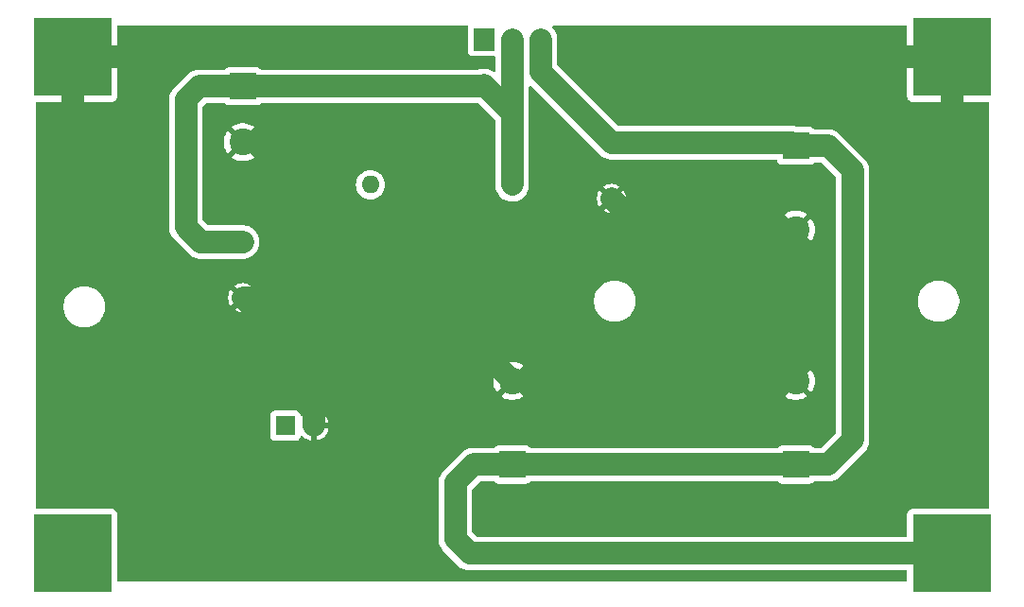
<source format=gbr>
%TF.GenerationSoftware,KiCad,Pcbnew,8.0.3*%
%TF.CreationDate,2025-06-30T13:47:58+07:00*%
%TF.ProjectId,linear supply,6c696e65-6172-4207-9375-70706c792e6b,rev?*%
%TF.SameCoordinates,Original*%
%TF.FileFunction,Copper,L1,Top*%
%TF.FilePolarity,Positive*%
%FSLAX46Y46*%
G04 Gerber Fmt 4.6, Leading zero omitted, Abs format (unit mm)*
G04 Created by KiCad (PCBNEW 8.0.3) date 2025-06-30 13:47:58*
%MOMM*%
%LPD*%
G01*
G04 APERTURE LIST*
%TA.AperFunction,ComponentPad*%
%ADD10R,7.000000X7.000000*%
%TD*%
%TA.AperFunction,ComponentPad*%
%ADD11C,1.600000*%
%TD*%
%TA.AperFunction,ComponentPad*%
%ADD12R,1.905000X2.000000*%
%TD*%
%TA.AperFunction,ComponentPad*%
%ADD13O,1.905000X2.000000*%
%TD*%
%TA.AperFunction,ComponentPad*%
%ADD14R,2.400000X2.400000*%
%TD*%
%TA.AperFunction,ComponentPad*%
%ADD15C,2.400000*%
%TD*%
%TA.AperFunction,ComponentPad*%
%ADD16O,1.600000X1.600000*%
%TD*%
%TA.AperFunction,ComponentPad*%
%ADD17R,1.700000X1.700000*%
%TD*%
%TA.AperFunction,ComponentPad*%
%ADD18O,1.700000X1.700000*%
%TD*%
%TA.AperFunction,ViaPad*%
%ADD19C,0.600000*%
%TD*%
%TA.AperFunction,Conductor*%
%ADD20C,2.000000*%
%TD*%
G04 APERTURE END LIST*
D10*
%TO.P,,1*%
%TO.N,DC+*%
X179593890Y-126676110D03*
%TD*%
D11*
%TO.P,C2,1*%
%TO.N,out+*%
X116093890Y-98776110D03*
%TO.P,C2,2*%
%TO.N,DC-*%
X116093890Y-103776110D03*
%TD*%
D10*
%TO.P,input -,1*%
%TO.N,DC-*%
X179593890Y-82226110D03*
%TD*%
%TO.P,,1*%
%TO.N,out+*%
X100853890Y-126676110D03*
%TD*%
D11*
%TO.P,C4,1*%
%TO.N,DC+*%
X149113890Y-89886110D03*
%TO.P,C4,2*%
%TO.N,DC-*%
X149113890Y-94886110D03*
%TD*%
D12*
%TO.P,U1,1,ADJ*%
%TO.N,in pot*%
X137683890Y-80631110D03*
D13*
%TO.P,U1,2,VO*%
%TO.N,out+*%
X140223890Y-80631110D03*
%TO.P,U1,3,VI*%
%TO.N,DC+*%
X142763890Y-80631110D03*
%TD*%
D14*
%TO.P,C3,1*%
%TO.N,DC+*%
X165623890Y-118723890D03*
D15*
%TO.P,C3,2*%
%TO.N,DC-*%
X165623890Y-111223890D03*
%TD*%
D10*
%TO.P,,1*%
%TO.N,DC-*%
X100853890Y-82226110D03*
%TD*%
D11*
%TO.P,R1,1*%
%TO.N,out+*%
X140223890Y-93656110D03*
D16*
%TO.P,R1,2*%
%TO.N,in pot*%
X127523890Y-93656110D03*
%TD*%
D17*
%TO.P,Pot,1*%
%TO.N,in pot*%
X119903890Y-115246110D03*
D18*
%TO.P,Pot,2*%
%TO.N,DC-*%
X122443890Y-115246110D03*
%TD*%
D14*
%TO.P,C5,1*%
%TO.N,out+*%
X116093890Y-84846110D03*
D15*
%TO.P,C5,2*%
%TO.N,DC-*%
X116093890Y-89846110D03*
%TD*%
D14*
%TO.P,C1,1*%
%TO.N,DC+*%
X140223890Y-118723890D03*
D15*
%TO.P,C1,2*%
%TO.N,DC-*%
X140223890Y-111223890D03*
%TD*%
D14*
%TO.P,C6,1*%
%TO.N,DC+*%
X165623890Y-90178330D03*
D15*
%TO.P,C6,2*%
%TO.N,DC-*%
X165623890Y-97678330D03*
%TD*%
D19*
%TO.N,DC-*%
X179500000Y-110500000D03*
X107000000Y-118500000D03*
X169000000Y-81000000D03*
X105000000Y-89500000D03*
X129000000Y-118500000D03*
X167000000Y-83000000D03*
X179500000Y-96000000D03*
X140500000Y-101000000D03*
X113000000Y-118500000D03*
X144000000Y-101000000D03*
X105000000Y-95000000D03*
X105000000Y-101500000D03*
X113000000Y-111500000D03*
X167000000Y-81000000D03*
X169000000Y-83000000D03*
X136000000Y-101000000D03*
X179500000Y-121000000D03*
%TD*%
D20*
%TO.N,DC+*%
X165331670Y-89886110D02*
X165623890Y-90178330D01*
X136413890Y-126676110D02*
X179593890Y-126676110D01*
X170703890Y-116516110D02*
X168496110Y-118723890D01*
X168496110Y-90178330D02*
X170703890Y-92386110D01*
X135143890Y-120326110D02*
X135143890Y-125406110D01*
X165623890Y-118723890D02*
X140223890Y-118723890D01*
X170703890Y-92386110D02*
X170703890Y-116516110D01*
X165623890Y-90178330D02*
X168496110Y-90178330D01*
X142763890Y-83536110D02*
X149113890Y-89886110D01*
X149113890Y-89886110D02*
X165331670Y-89886110D01*
X136746110Y-118723890D02*
X135143890Y-120326110D01*
X140223890Y-118723890D02*
X136746110Y-118723890D01*
X135143890Y-125406110D02*
X136413890Y-126676110D01*
X168496110Y-118723890D02*
X165623890Y-118723890D01*
X142763890Y-80631110D02*
X142763890Y-83536110D01*
%TO.N,out+*%
X137603890Y-84846110D02*
X137683890Y-84766110D01*
X140223890Y-87306110D02*
X140223890Y-93656110D01*
X111013890Y-86036110D02*
X112203890Y-84846110D01*
X116093890Y-84846110D02*
X137603890Y-84846110D01*
X137683890Y-84766110D02*
X140223890Y-87306110D01*
X112323890Y-98776110D02*
X111013890Y-97466110D01*
X112203890Y-84846110D02*
X116093890Y-84846110D01*
X140223890Y-80631110D02*
X140223890Y-87306110D01*
X116093890Y-98776110D02*
X112323890Y-98776110D01*
X111013890Y-97466110D02*
X111013890Y-86036110D01*
%TO.N,DC-*%
X119943890Y-103776110D02*
X122443890Y-101276110D01*
X140223890Y-111223890D02*
X132776110Y-103776110D01*
X116093890Y-103776110D02*
X122443890Y-110126110D01*
X121173890Y-89846110D02*
X116093890Y-89846110D01*
X165623890Y-97678330D02*
X151906110Y-97678330D01*
X122443890Y-101276110D02*
X122443890Y-91116110D01*
X173773890Y-82226110D02*
X173500000Y-82500000D01*
X122443890Y-91116110D02*
X121173890Y-89846110D01*
X100853890Y-82226110D02*
X106273890Y-82226110D01*
X116093890Y-103776110D02*
X119943890Y-103776110D01*
X132776110Y-103776110D02*
X116093890Y-103776110D01*
X140223890Y-111223890D02*
X165623890Y-111223890D01*
X179593890Y-87406110D02*
X179500000Y-87500000D01*
X100853890Y-86853890D02*
X101000000Y-87000000D01*
X179593890Y-82226110D02*
X179593890Y-87406110D01*
X122443890Y-110126110D02*
X122443890Y-115246110D01*
X151906110Y-97678330D02*
X149113890Y-94886110D01*
X179593890Y-82226110D02*
X173773890Y-82226110D01*
X100853890Y-82226110D02*
X100853890Y-86853890D01*
X165623890Y-97678330D02*
X165623890Y-111223890D01*
X106273890Y-82226110D02*
X106500000Y-82000000D01*
%TD*%
%TA.AperFunction,Conductor*%
%TO.N,DC-*%
G36*
X136183543Y-79391295D02*
G01*
X136229298Y-79444099D01*
X136239242Y-79513257D01*
X136237329Y-79523344D01*
X136230891Y-79583226D01*
X136230890Y-79583245D01*
X136230890Y-81678980D01*
X136230891Y-81678986D01*
X136237298Y-81738593D01*
X136287592Y-81873438D01*
X136287596Y-81873445D01*
X136373842Y-81988654D01*
X136373845Y-81988657D01*
X136489054Y-82074903D01*
X136489061Y-82074907D01*
X136623907Y-82125201D01*
X136623906Y-82125201D01*
X136630834Y-82125945D01*
X136683517Y-82131610D01*
X138599390Y-82131609D01*
X138666429Y-82151294D01*
X138712184Y-82204097D01*
X138723390Y-82255609D01*
X138723390Y-83423266D01*
X138703705Y-83490305D01*
X138650901Y-83536060D01*
X138581743Y-83546004D01*
X138526505Y-83523584D01*
X138470327Y-83482769D01*
X138470326Y-83482768D01*
X138470324Y-83482767D01*
X138404605Y-83449281D01*
X138259886Y-83375543D01*
X138035258Y-83302556D01*
X137801987Y-83265610D01*
X137801982Y-83265610D01*
X137565798Y-83265610D01*
X137565793Y-83265610D01*
X137332521Y-83302556D01*
X137233518Y-83334725D01*
X137218696Y-83339541D01*
X137180379Y-83345610D01*
X117756210Y-83345610D01*
X117689171Y-83325925D01*
X117656942Y-83295919D01*
X117651438Y-83288567D01*
X117651436Y-83288564D01*
X117651432Y-83288561D01*
X117536225Y-83202316D01*
X117536218Y-83202312D01*
X117401372Y-83152018D01*
X117401373Y-83152018D01*
X117341773Y-83145611D01*
X117341771Y-83145610D01*
X117341763Y-83145610D01*
X117341754Y-83145610D01*
X114846019Y-83145610D01*
X114846013Y-83145611D01*
X114786406Y-83152018D01*
X114651561Y-83202312D01*
X114651554Y-83202316D01*
X114536347Y-83288561D01*
X114536341Y-83288567D01*
X114530838Y-83295919D01*
X114474905Y-83337791D01*
X114431570Y-83345610D01*
X112085793Y-83345610D01*
X111852524Y-83382556D01*
X111627895Y-83455543D01*
X111417455Y-83562767D01*
X111226378Y-83701594D01*
X109869374Y-85058598D01*
X109730547Y-85249675D01*
X109623323Y-85460113D01*
X109550336Y-85684741D01*
X109513390Y-85918012D01*
X109513390Y-97584207D01*
X109550336Y-97817478D01*
X109623323Y-98042106D01*
X109722852Y-98237441D01*
X109730547Y-98252544D01*
X109855656Y-98424741D01*
X109869374Y-98443621D01*
X109869375Y-98443622D01*
X111346381Y-99920629D01*
X111346386Y-99920633D01*
X111513045Y-100041716D01*
X111537457Y-100059453D01*
X111671549Y-100127776D01*
X111747893Y-100166676D01*
X111747895Y-100166676D01*
X111747898Y-100166678D01*
X111868302Y-100205799D01*
X111972521Y-100239663D01*
X112205793Y-100276610D01*
X112205798Y-100276610D01*
X116211987Y-100276610D01*
X116445258Y-100239663D01*
X116669882Y-100166678D01*
X116880323Y-100059453D01*
X117071400Y-99920627D01*
X117238407Y-99753620D01*
X117377233Y-99562543D01*
X117484458Y-99352102D01*
X117557443Y-99127478D01*
X117594390Y-98894207D01*
X117594390Y-98658012D01*
X117557443Y-98424741D01*
X117484456Y-98200113D01*
X117377232Y-97989676D01*
X117335625Y-97932409D01*
X117238407Y-97798600D01*
X117118132Y-97678325D01*
X163919123Y-97678325D01*
X163919123Y-97678334D01*
X163938163Y-97932409D01*
X163994858Y-98180807D01*
X163994863Y-98180824D01*
X164087948Y-98418001D01*
X164087947Y-98418001D01*
X164215344Y-98638657D01*
X164215351Y-98638668D01*
X164257342Y-98691321D01*
X164257343Y-98691322D01*
X165059277Y-97889388D01*
X165064779Y-97909921D01*
X165143771Y-98046738D01*
X165255482Y-98158449D01*
X165392299Y-98237441D01*
X165412830Y-98242942D01*
X164610703Y-99045068D01*
X164771506Y-99154701D01*
X164771514Y-99154706D01*
X165001066Y-99265251D01*
X165001064Y-99265251D01*
X165244542Y-99340354D01*
X165244548Y-99340356D01*
X165496485Y-99378329D01*
X165496494Y-99378330D01*
X165751286Y-99378330D01*
X165751294Y-99378329D01*
X166003231Y-99340356D01*
X166003237Y-99340354D01*
X166246714Y-99265251D01*
X166476266Y-99154706D01*
X166476267Y-99154705D01*
X166637075Y-99045068D01*
X165834950Y-98242942D01*
X165855481Y-98237441D01*
X165992298Y-98158449D01*
X166104009Y-98046738D01*
X166183001Y-97909921D01*
X166188502Y-97889389D01*
X166990434Y-98691322D01*
X166990436Y-98691321D01*
X167032434Y-98638660D01*
X167159831Y-98418001D01*
X167252916Y-98180824D01*
X167252921Y-98180807D01*
X167309616Y-97932409D01*
X167328657Y-97678334D01*
X167328657Y-97678325D01*
X167309616Y-97424250D01*
X167252921Y-97175852D01*
X167252916Y-97175835D01*
X167159831Y-96938658D01*
X167159832Y-96938658D01*
X167032435Y-96718002D01*
X166990435Y-96665336D01*
X166188502Y-97467269D01*
X166183001Y-97446739D01*
X166104009Y-97309922D01*
X165992298Y-97198211D01*
X165855481Y-97119219D01*
X165834949Y-97113717D01*
X166637075Y-96311590D01*
X166476274Y-96201958D01*
X166476266Y-96201953D01*
X166246713Y-96091408D01*
X166246715Y-96091408D01*
X166003237Y-96016305D01*
X166003231Y-96016303D01*
X165751294Y-95978330D01*
X165496485Y-95978330D01*
X165244548Y-96016303D01*
X165244542Y-96016305D01*
X165001065Y-96091408D01*
X164771512Y-96201955D01*
X164771499Y-96201962D01*
X164610703Y-96311589D01*
X165412831Y-97113717D01*
X165392299Y-97119219D01*
X165255482Y-97198211D01*
X165143771Y-97309922D01*
X165064779Y-97446739D01*
X165059277Y-97467270D01*
X164257342Y-96665336D01*
X164215347Y-96717997D01*
X164087948Y-96938658D01*
X163994863Y-97175835D01*
X163994858Y-97175852D01*
X163938163Y-97424250D01*
X163919123Y-97678325D01*
X117118132Y-97678325D01*
X117071400Y-97631593D01*
X116880323Y-97492767D01*
X116669886Y-97385543D01*
X116445258Y-97312556D01*
X116211987Y-97275610D01*
X116211982Y-97275610D01*
X112996780Y-97275610D01*
X112929741Y-97255925D01*
X112909099Y-97239291D01*
X112550709Y-96880901D01*
X112517224Y-96819578D01*
X112514390Y-96793220D01*
X112514390Y-93656108D01*
X126218422Y-93656108D01*
X126218422Y-93656111D01*
X126238254Y-93882796D01*
X126238256Y-93882807D01*
X126297148Y-94102598D01*
X126297151Y-94102607D01*
X126393321Y-94308842D01*
X126393322Y-94308844D01*
X126523844Y-94495251D01*
X126684748Y-94656155D01*
X126731583Y-94688949D01*
X126871156Y-94786678D01*
X127077394Y-94882849D01*
X127077399Y-94882850D01*
X127077401Y-94882851D01*
X127130305Y-94897026D01*
X127297198Y-94941745D01*
X127459120Y-94955911D01*
X127523888Y-94961578D01*
X127523890Y-94961578D01*
X127523892Y-94961578D01*
X127580563Y-94956619D01*
X127750582Y-94941745D01*
X127970386Y-94882849D01*
X128176624Y-94786678D01*
X128363029Y-94656157D01*
X128523937Y-94495249D01*
X128654458Y-94308844D01*
X128750629Y-94102606D01*
X128809525Y-93882802D01*
X128829358Y-93656110D01*
X128809525Y-93429418D01*
X128750629Y-93209614D01*
X128654458Y-93003376D01*
X128523937Y-92816971D01*
X128523935Y-92816968D01*
X128363031Y-92656064D01*
X128176624Y-92525542D01*
X128176622Y-92525541D01*
X127970387Y-92429371D01*
X127970378Y-92429368D01*
X127750587Y-92370476D01*
X127750583Y-92370475D01*
X127750582Y-92370475D01*
X127750581Y-92370474D01*
X127750576Y-92370474D01*
X127523892Y-92350642D01*
X127523888Y-92350642D01*
X127297203Y-92370474D01*
X127297192Y-92370476D01*
X127077401Y-92429368D01*
X127077392Y-92429371D01*
X126871157Y-92525541D01*
X126871155Y-92525542D01*
X126684748Y-92656064D01*
X126523844Y-92816968D01*
X126393322Y-93003375D01*
X126393321Y-93003377D01*
X126297151Y-93209612D01*
X126297148Y-93209621D01*
X126238256Y-93429412D01*
X126238254Y-93429423D01*
X126218422Y-93656108D01*
X112514390Y-93656108D01*
X112514390Y-89846105D01*
X114389123Y-89846105D01*
X114389123Y-89846114D01*
X114408163Y-90100189D01*
X114464858Y-90348587D01*
X114464863Y-90348604D01*
X114557948Y-90585781D01*
X114557947Y-90585781D01*
X114685344Y-90806437D01*
X114685351Y-90806448D01*
X114727342Y-90859101D01*
X114727343Y-90859102D01*
X115529277Y-90057168D01*
X115534779Y-90077701D01*
X115613771Y-90214518D01*
X115725482Y-90326229D01*
X115862299Y-90405221D01*
X115882830Y-90410722D01*
X115080703Y-91212848D01*
X115241506Y-91322481D01*
X115241514Y-91322486D01*
X115471066Y-91433031D01*
X115471064Y-91433031D01*
X115714542Y-91508134D01*
X115714548Y-91508136D01*
X115966485Y-91546109D01*
X115966494Y-91546110D01*
X116221286Y-91546110D01*
X116221294Y-91546109D01*
X116473231Y-91508136D01*
X116473237Y-91508134D01*
X116716714Y-91433031D01*
X116946266Y-91322486D01*
X116946267Y-91322485D01*
X117107075Y-91212848D01*
X116304950Y-90410722D01*
X116325481Y-90405221D01*
X116462298Y-90326229D01*
X116574009Y-90214518D01*
X116653001Y-90077701D01*
X116658502Y-90057169D01*
X117460435Y-90859102D01*
X117460436Y-90859101D01*
X117502434Y-90806440D01*
X117629831Y-90585781D01*
X117722916Y-90348604D01*
X117722921Y-90348587D01*
X117779616Y-90100189D01*
X117798657Y-89846114D01*
X117798657Y-89846105D01*
X117779616Y-89592030D01*
X117722921Y-89343632D01*
X117722916Y-89343615D01*
X117629831Y-89106438D01*
X117629832Y-89106438D01*
X117502435Y-88885782D01*
X117460435Y-88833116D01*
X116658502Y-89635049D01*
X116653001Y-89614519D01*
X116574009Y-89477702D01*
X116462298Y-89365991D01*
X116325481Y-89286999D01*
X116304949Y-89281497D01*
X117107075Y-88479370D01*
X116946274Y-88369738D01*
X116946266Y-88369733D01*
X116716713Y-88259188D01*
X116716715Y-88259188D01*
X116473237Y-88184085D01*
X116473231Y-88184083D01*
X116221294Y-88146110D01*
X115966485Y-88146110D01*
X115714548Y-88184083D01*
X115714542Y-88184085D01*
X115471065Y-88259188D01*
X115241512Y-88369735D01*
X115241499Y-88369742D01*
X115080703Y-88479369D01*
X115882831Y-89281497D01*
X115862299Y-89286999D01*
X115725482Y-89365991D01*
X115613771Y-89477702D01*
X115534779Y-89614519D01*
X115529277Y-89635051D01*
X114727342Y-88833116D01*
X114685347Y-88885777D01*
X114557948Y-89106438D01*
X114464863Y-89343615D01*
X114464858Y-89343632D01*
X114408163Y-89592030D01*
X114389123Y-89846105D01*
X112514390Y-89846105D01*
X112514390Y-86708999D01*
X112534075Y-86641960D01*
X112550709Y-86621318D01*
X112789098Y-86382929D01*
X112850421Y-86349444D01*
X112876779Y-86346610D01*
X114431570Y-86346610D01*
X114498609Y-86366295D01*
X114530838Y-86396301D01*
X114536344Y-86403656D01*
X114536347Y-86403658D01*
X114651554Y-86489903D01*
X114651561Y-86489907D01*
X114786407Y-86540201D01*
X114786406Y-86540201D01*
X114793334Y-86540945D01*
X114846017Y-86546610D01*
X117341762Y-86546609D01*
X117401373Y-86540201D01*
X117536221Y-86489906D01*
X117651436Y-86403656D01*
X117656942Y-86396301D01*
X117712875Y-86354429D01*
X117756210Y-86346610D01*
X137091001Y-86346610D01*
X137158040Y-86366295D01*
X137178682Y-86382929D01*
X138687071Y-87891318D01*
X138720556Y-87952641D01*
X138723390Y-87978999D01*
X138723390Y-93774207D01*
X138760336Y-94007478D01*
X138833323Y-94232106D01*
X138939138Y-94439778D01*
X138940547Y-94442543D01*
X139079373Y-94633620D01*
X139246380Y-94800627D01*
X139437457Y-94939453D01*
X139480880Y-94961578D01*
X139647893Y-95046676D01*
X139647895Y-95046676D01*
X139647898Y-95046678D01*
X139768302Y-95085799D01*
X139872521Y-95119663D01*
X140105793Y-95156610D01*
X140105798Y-95156610D01*
X140341987Y-95156610D01*
X140575258Y-95119663D01*
X140596660Y-95112709D01*
X140799882Y-95046678D01*
X141010323Y-94939453D01*
X141083747Y-94886107D01*
X147808924Y-94886107D01*
X147808924Y-94886112D01*
X147828748Y-95112709D01*
X147828750Y-95112720D01*
X147887620Y-95332427D01*
X147887625Y-95332441D01*
X147983753Y-95538588D01*
X148034864Y-95611582D01*
X148713890Y-94932556D01*
X148713890Y-94938771D01*
X148741149Y-95040504D01*
X148793810Y-95131716D01*
X148868284Y-95206190D01*
X148959496Y-95258851D01*
X149061229Y-95286110D01*
X149067443Y-95286110D01*
X148388416Y-95965135D01*
X148461403Y-96016242D01*
X148461411Y-96016246D01*
X148667558Y-96112374D01*
X148667572Y-96112379D01*
X148887279Y-96171249D01*
X148887290Y-96171251D01*
X149113888Y-96191076D01*
X149113892Y-96191076D01*
X149340489Y-96171251D01*
X149340500Y-96171249D01*
X149560207Y-96112379D01*
X149560221Y-96112374D01*
X149766368Y-96016246D01*
X149839361Y-95965134D01*
X149160337Y-95286110D01*
X149166551Y-95286110D01*
X149268284Y-95258851D01*
X149359496Y-95206190D01*
X149433970Y-95131716D01*
X149486631Y-95040504D01*
X149513890Y-94938771D01*
X149513890Y-94932557D01*
X150192914Y-95611581D01*
X150244026Y-95538588D01*
X150340154Y-95332441D01*
X150340159Y-95332427D01*
X150399029Y-95112720D01*
X150399031Y-95112709D01*
X150418856Y-94886112D01*
X150418856Y-94886107D01*
X150399031Y-94659510D01*
X150399029Y-94659499D01*
X150340159Y-94439792D01*
X150340154Y-94439778D01*
X150244026Y-94233631D01*
X150244022Y-94233623D01*
X150192915Y-94160636D01*
X149513890Y-94839661D01*
X149513890Y-94833449D01*
X149486631Y-94731716D01*
X149433970Y-94640504D01*
X149359496Y-94566030D01*
X149268284Y-94513369D01*
X149166551Y-94486110D01*
X149160338Y-94486110D01*
X149839362Y-93807084D01*
X149766368Y-93755973D01*
X149560221Y-93659845D01*
X149560207Y-93659840D01*
X149340500Y-93600970D01*
X149340489Y-93600968D01*
X149113892Y-93581144D01*
X149113888Y-93581144D01*
X148887290Y-93600968D01*
X148887279Y-93600970D01*
X148667572Y-93659840D01*
X148667563Y-93659844D01*
X148461406Y-93755976D01*
X148461402Y-93755978D01*
X148388416Y-93807083D01*
X148388416Y-93807084D01*
X149067443Y-94486110D01*
X149061229Y-94486110D01*
X148959496Y-94513369D01*
X148868284Y-94566030D01*
X148793810Y-94640504D01*
X148741149Y-94731716D01*
X148713890Y-94833449D01*
X148713890Y-94839662D01*
X148034864Y-94160636D01*
X148034863Y-94160636D01*
X147983758Y-94233622D01*
X147983756Y-94233626D01*
X147887624Y-94439783D01*
X147887620Y-94439792D01*
X147828750Y-94659499D01*
X147828748Y-94659510D01*
X147808924Y-94886107D01*
X141083747Y-94886107D01*
X141201400Y-94800627D01*
X141368407Y-94633620D01*
X141507233Y-94442543D01*
X141613679Y-94233631D01*
X141614456Y-94232106D01*
X141614456Y-94232105D01*
X141614458Y-94232102D01*
X141687443Y-94007478D01*
X141707191Y-93882796D01*
X141724390Y-93774207D01*
X141724390Y-84917999D01*
X141744075Y-84850960D01*
X141796879Y-84805205D01*
X141866037Y-84795261D01*
X141929593Y-84824286D01*
X141936071Y-84830318D01*
X148136380Y-91030627D01*
X148327456Y-91169453D01*
X148537898Y-91276678D01*
X148762521Y-91349663D01*
X148849999Y-91363518D01*
X148995793Y-91386610D01*
X148995798Y-91386610D01*
X163808243Y-91386610D01*
X163875282Y-91406295D01*
X163921037Y-91459099D01*
X163928919Y-91482090D01*
X163929799Y-91485813D01*
X163980092Y-91620658D01*
X163980096Y-91620665D01*
X164066342Y-91735874D01*
X164066345Y-91735877D01*
X164181554Y-91822123D01*
X164181561Y-91822127D01*
X164316407Y-91872421D01*
X164316406Y-91872421D01*
X164323334Y-91873165D01*
X164376017Y-91878830D01*
X166871762Y-91878829D01*
X166931373Y-91872421D01*
X167066221Y-91822126D01*
X167181436Y-91735876D01*
X167186942Y-91728521D01*
X167242875Y-91686649D01*
X167286210Y-91678830D01*
X167823221Y-91678830D01*
X167890260Y-91698515D01*
X167910902Y-91715149D01*
X169167071Y-92971318D01*
X169200556Y-93032641D01*
X169203390Y-93058999D01*
X169203390Y-115843221D01*
X169183705Y-115910260D01*
X169167071Y-115930902D01*
X167910902Y-117187071D01*
X167849579Y-117220556D01*
X167823221Y-117223390D01*
X167286210Y-117223390D01*
X167219171Y-117203705D01*
X167186942Y-117173699D01*
X167181438Y-117166347D01*
X167181436Y-117166344D01*
X167181432Y-117166341D01*
X167066225Y-117080096D01*
X167066218Y-117080092D01*
X166931372Y-117029798D01*
X166931373Y-117029798D01*
X166871773Y-117023391D01*
X166871771Y-117023390D01*
X166871763Y-117023390D01*
X166871754Y-117023390D01*
X164376019Y-117023390D01*
X164376013Y-117023391D01*
X164316406Y-117029798D01*
X164181561Y-117080092D01*
X164181554Y-117080096D01*
X164066347Y-117166341D01*
X164066341Y-117166347D01*
X164060838Y-117173699D01*
X164004905Y-117215571D01*
X163961570Y-117223390D01*
X141886210Y-117223390D01*
X141819171Y-117203705D01*
X141786942Y-117173699D01*
X141781438Y-117166347D01*
X141781436Y-117166344D01*
X141781432Y-117166341D01*
X141666225Y-117080096D01*
X141666218Y-117080092D01*
X141531372Y-117029798D01*
X141531373Y-117029798D01*
X141471773Y-117023391D01*
X141471771Y-117023390D01*
X141471763Y-117023390D01*
X141471754Y-117023390D01*
X138976019Y-117023390D01*
X138976013Y-117023391D01*
X138916406Y-117029798D01*
X138781561Y-117080092D01*
X138781554Y-117080096D01*
X138666347Y-117166341D01*
X138666341Y-117166347D01*
X138660838Y-117173699D01*
X138604905Y-117215571D01*
X138561570Y-117223390D01*
X136628013Y-117223390D01*
X136394741Y-117260336D01*
X136170113Y-117333323D01*
X135959675Y-117440547D01*
X135768598Y-117579374D01*
X133999374Y-119348598D01*
X133860547Y-119539675D01*
X133778145Y-119701400D01*
X133753323Y-119750113D01*
X133680336Y-119974741D01*
X133643390Y-120208012D01*
X133643390Y-125524207D01*
X133680336Y-125757478D01*
X133753323Y-125982106D01*
X133860547Y-126192544D01*
X133999373Y-126383620D01*
X135436380Y-127820627D01*
X135627456Y-127959453D01*
X135703033Y-127997961D01*
X135837893Y-128066676D01*
X135837895Y-128066676D01*
X135837898Y-128066678D01*
X135958302Y-128105799D01*
X136062521Y-128139663D01*
X136295793Y-128176610D01*
X136295798Y-128176610D01*
X136531982Y-128176610D01*
X175469391Y-128176610D01*
X175536430Y-128196295D01*
X175582185Y-128249099D01*
X175593391Y-128300610D01*
X175593391Y-129046610D01*
X175573706Y-129113649D01*
X175520902Y-129159404D01*
X175469391Y-129170610D01*
X104978390Y-129170610D01*
X104911351Y-129150925D01*
X104865596Y-129098121D01*
X104854390Y-129046610D01*
X104854389Y-123128239D01*
X104854388Y-123128233D01*
X104854387Y-123128226D01*
X104847981Y-123068627D01*
X104797686Y-122933779D01*
X104797685Y-122933778D01*
X104797683Y-122933774D01*
X104711437Y-122818565D01*
X104711434Y-122818562D01*
X104596225Y-122732316D01*
X104596218Y-122732312D01*
X104461372Y-122682018D01*
X104461373Y-122682018D01*
X104401773Y-122675611D01*
X104401771Y-122675610D01*
X104401763Y-122675610D01*
X104401755Y-122675610D01*
X97668390Y-122675610D01*
X97601351Y-122655925D01*
X97555596Y-122603121D01*
X97544390Y-122551610D01*
X97544390Y-114348245D01*
X118553390Y-114348245D01*
X118553390Y-116143980D01*
X118553391Y-116143986D01*
X118559798Y-116203593D01*
X118610092Y-116338438D01*
X118610096Y-116338445D01*
X118696342Y-116453654D01*
X118696345Y-116453657D01*
X118811554Y-116539903D01*
X118811561Y-116539907D01*
X118946407Y-116590201D01*
X118946406Y-116590201D01*
X118953334Y-116590945D01*
X119006017Y-116596610D01*
X120801762Y-116596609D01*
X120861373Y-116590201D01*
X120996221Y-116539906D01*
X121111436Y-116453656D01*
X121197686Y-116338441D01*
X121246892Y-116206511D01*
X121288762Y-116150578D01*
X121354227Y-116126160D01*
X121422500Y-116141011D01*
X121450755Y-116162163D01*
X121572807Y-116284215D01*
X121766311Y-116419710D01*
X121980397Y-116519539D01*
X121980406Y-116519543D01*
X122193890Y-116576744D01*
X122193890Y-115679122D01*
X122250897Y-115712035D01*
X122378064Y-115746110D01*
X122509716Y-115746110D01*
X122636883Y-115712035D01*
X122693890Y-115679122D01*
X122693890Y-116576743D01*
X122907373Y-116519543D01*
X122907382Y-116519539D01*
X123121468Y-116419710D01*
X123314972Y-116284215D01*
X123481995Y-116117192D01*
X123617490Y-115923688D01*
X123717319Y-115709602D01*
X123717322Y-115709596D01*
X123774526Y-115496110D01*
X122876902Y-115496110D01*
X122909815Y-115439103D01*
X122943890Y-115311936D01*
X122943890Y-115180284D01*
X122909815Y-115053117D01*
X122876902Y-114996110D01*
X123774526Y-114996110D01*
X123774525Y-114996109D01*
X123717322Y-114782623D01*
X123717319Y-114782617D01*
X123617490Y-114568532D01*
X123617489Y-114568530D01*
X123482003Y-114375036D01*
X123481998Y-114375030D01*
X123314972Y-114208004D01*
X123121468Y-114072509D01*
X122907382Y-113972680D01*
X122907376Y-113972677D01*
X122693890Y-113915474D01*
X122693890Y-114813098D01*
X122636883Y-114780185D01*
X122509716Y-114746110D01*
X122378064Y-114746110D01*
X122250897Y-114780185D01*
X122193890Y-114813098D01*
X122193890Y-113915474D01*
X122193889Y-113915474D01*
X121980403Y-113972677D01*
X121980397Y-113972680D01*
X121766312Y-114072509D01*
X121766310Y-114072510D01*
X121572816Y-114207996D01*
X121450755Y-114330057D01*
X121389432Y-114363541D01*
X121319740Y-114358557D01*
X121263807Y-114316685D01*
X121246892Y-114285708D01*
X121197687Y-114153781D01*
X121197683Y-114153774D01*
X121111437Y-114038565D01*
X121111434Y-114038562D01*
X120996225Y-113952316D01*
X120996218Y-113952312D01*
X120861372Y-113902018D01*
X120861373Y-113902018D01*
X120801773Y-113895611D01*
X120801771Y-113895610D01*
X120801763Y-113895610D01*
X120801754Y-113895610D01*
X119006019Y-113895610D01*
X119006013Y-113895611D01*
X118946406Y-113902018D01*
X118811561Y-113952312D01*
X118811554Y-113952316D01*
X118696345Y-114038562D01*
X118696342Y-114038565D01*
X118610096Y-114153774D01*
X118610092Y-114153781D01*
X118559798Y-114288627D01*
X118553391Y-114348226D01*
X118553390Y-114348245D01*
X97544390Y-114348245D01*
X97544390Y-111223885D01*
X138519123Y-111223885D01*
X138519123Y-111223894D01*
X138538163Y-111477969D01*
X138594858Y-111726367D01*
X138594863Y-111726384D01*
X138687948Y-111963561D01*
X138687947Y-111963561D01*
X138815344Y-112184217D01*
X138815351Y-112184228D01*
X138857342Y-112236881D01*
X138857343Y-112236882D01*
X139659277Y-111434948D01*
X139664779Y-111455481D01*
X139743771Y-111592298D01*
X139855482Y-111704009D01*
X139992299Y-111783001D01*
X140012830Y-111788502D01*
X139210703Y-112590628D01*
X139371506Y-112700261D01*
X139371514Y-112700266D01*
X139601066Y-112810811D01*
X139601064Y-112810811D01*
X139844542Y-112885914D01*
X139844548Y-112885916D01*
X140096485Y-112923889D01*
X140096494Y-112923890D01*
X140351286Y-112923890D01*
X140351294Y-112923889D01*
X140603231Y-112885916D01*
X140603237Y-112885914D01*
X140846714Y-112810811D01*
X141076266Y-112700266D01*
X141076267Y-112700265D01*
X141237075Y-112590628D01*
X140434950Y-111788502D01*
X140455481Y-111783001D01*
X140592298Y-111704009D01*
X140704009Y-111592298D01*
X140783001Y-111455481D01*
X140788502Y-111434949D01*
X141590435Y-112236882D01*
X141590436Y-112236881D01*
X141632434Y-112184220D01*
X141759831Y-111963561D01*
X141852916Y-111726384D01*
X141852921Y-111726367D01*
X141909616Y-111477969D01*
X141928657Y-111223894D01*
X141928657Y-111223885D01*
X163919123Y-111223885D01*
X163919123Y-111223894D01*
X163938163Y-111477969D01*
X163994858Y-111726367D01*
X163994863Y-111726384D01*
X164087948Y-111963561D01*
X164087947Y-111963561D01*
X164215344Y-112184217D01*
X164215351Y-112184228D01*
X164257342Y-112236881D01*
X164257343Y-112236882D01*
X165059277Y-111434948D01*
X165064779Y-111455481D01*
X165143771Y-111592298D01*
X165255482Y-111704009D01*
X165392299Y-111783001D01*
X165412830Y-111788502D01*
X164610703Y-112590628D01*
X164771506Y-112700261D01*
X164771514Y-112700266D01*
X165001066Y-112810811D01*
X165001064Y-112810811D01*
X165244542Y-112885914D01*
X165244548Y-112885916D01*
X165496485Y-112923889D01*
X165496494Y-112923890D01*
X165751286Y-112923890D01*
X165751294Y-112923889D01*
X166003231Y-112885916D01*
X166003237Y-112885914D01*
X166246714Y-112810811D01*
X166476266Y-112700266D01*
X166476267Y-112700265D01*
X166637075Y-112590628D01*
X165834950Y-111788502D01*
X165855481Y-111783001D01*
X165992298Y-111704009D01*
X166104009Y-111592298D01*
X166183001Y-111455481D01*
X166188502Y-111434949D01*
X166990434Y-112236882D01*
X166990436Y-112236881D01*
X167032434Y-112184220D01*
X167159831Y-111963561D01*
X167252916Y-111726384D01*
X167252921Y-111726367D01*
X167309616Y-111477969D01*
X167328657Y-111223894D01*
X167328657Y-111223885D01*
X167309616Y-110969810D01*
X167252921Y-110721412D01*
X167252916Y-110721395D01*
X167159831Y-110484218D01*
X167159832Y-110484218D01*
X167032435Y-110263562D01*
X166990435Y-110210896D01*
X166188502Y-111012829D01*
X166183001Y-110992299D01*
X166104009Y-110855482D01*
X165992298Y-110743771D01*
X165855481Y-110664779D01*
X165834949Y-110659277D01*
X166637075Y-109857150D01*
X166476274Y-109747518D01*
X166476266Y-109747513D01*
X166246713Y-109636968D01*
X166246715Y-109636968D01*
X166003237Y-109561865D01*
X166003231Y-109561863D01*
X165751294Y-109523890D01*
X165496485Y-109523890D01*
X165244548Y-109561863D01*
X165244542Y-109561865D01*
X165001065Y-109636968D01*
X164771512Y-109747515D01*
X164771499Y-109747522D01*
X164610703Y-109857149D01*
X165412831Y-110659277D01*
X165392299Y-110664779D01*
X165255482Y-110743771D01*
X165143771Y-110855482D01*
X165064779Y-110992299D01*
X165059277Y-111012830D01*
X164257342Y-110210896D01*
X164215347Y-110263557D01*
X164087948Y-110484218D01*
X163994863Y-110721395D01*
X163994858Y-110721412D01*
X163938163Y-110969810D01*
X163919123Y-111223885D01*
X141928657Y-111223885D01*
X141909616Y-110969810D01*
X141852921Y-110721412D01*
X141852916Y-110721395D01*
X141759831Y-110484218D01*
X141759832Y-110484218D01*
X141632435Y-110263562D01*
X141590435Y-110210896D01*
X140788502Y-111012829D01*
X140783001Y-110992299D01*
X140704009Y-110855482D01*
X140592298Y-110743771D01*
X140455481Y-110664779D01*
X140434949Y-110659277D01*
X141237075Y-109857150D01*
X141076274Y-109747518D01*
X141076266Y-109747513D01*
X140846713Y-109636968D01*
X140846715Y-109636968D01*
X140603237Y-109561865D01*
X140603231Y-109561863D01*
X140351294Y-109523890D01*
X140096485Y-109523890D01*
X139844548Y-109561863D01*
X139844542Y-109561865D01*
X139601065Y-109636968D01*
X139371512Y-109747515D01*
X139371499Y-109747522D01*
X139210703Y-109857149D01*
X140012831Y-110659277D01*
X139992299Y-110664779D01*
X139855482Y-110743771D01*
X139743771Y-110855482D01*
X139664779Y-110992299D01*
X139659277Y-111012830D01*
X138857342Y-110210896D01*
X138815347Y-110263557D01*
X138687948Y-110484218D01*
X138594863Y-110721395D01*
X138594858Y-110721412D01*
X138538163Y-110969810D01*
X138519123Y-111223885D01*
X97544390Y-111223885D01*
X97544390Y-104464821D01*
X100053390Y-104464821D01*
X100053390Y-104707398D01*
X100085051Y-104947895D01*
X100147837Y-105182214D01*
X100200290Y-105308846D01*
X100240666Y-105406322D01*
X100361954Y-105616399D01*
X100361956Y-105616402D01*
X100361957Y-105616403D01*
X100509623Y-105808846D01*
X100509629Y-105808853D01*
X100681146Y-105980370D01*
X100681152Y-105980375D01*
X100873601Y-106128046D01*
X101083678Y-106249334D01*
X101307790Y-106342164D01*
X101542101Y-106404948D01*
X101722476Y-106428694D01*
X101782601Y-106436610D01*
X101782602Y-106436610D01*
X102025179Y-106436610D01*
X102073278Y-106430277D01*
X102265679Y-106404948D01*
X102499990Y-106342164D01*
X102724102Y-106249334D01*
X102934179Y-106128046D01*
X103126628Y-105980375D01*
X103298155Y-105808848D01*
X103445826Y-105616399D01*
X103567114Y-105406322D01*
X103659944Y-105182210D01*
X103722728Y-104947899D01*
X103754390Y-104707398D01*
X103754390Y-104464822D01*
X103722728Y-104224321D01*
X103659944Y-103990010D01*
X103571343Y-103776107D01*
X114788924Y-103776107D01*
X114788924Y-103776112D01*
X114808748Y-104002709D01*
X114808750Y-104002720D01*
X114867620Y-104222427D01*
X114867625Y-104222441D01*
X114963753Y-104428588D01*
X115014864Y-104501582D01*
X115693890Y-103822556D01*
X115693890Y-103828771D01*
X115721149Y-103930504D01*
X115773810Y-104021716D01*
X115848284Y-104096190D01*
X115939496Y-104148851D01*
X116041229Y-104176110D01*
X116047443Y-104176110D01*
X115368416Y-104855135D01*
X115441403Y-104906242D01*
X115441411Y-104906246D01*
X115647558Y-105002374D01*
X115647572Y-105002379D01*
X115867279Y-105061249D01*
X115867290Y-105061251D01*
X116093888Y-105081076D01*
X116093892Y-105081076D01*
X116320489Y-105061251D01*
X116320500Y-105061249D01*
X116540207Y-105002379D01*
X116540221Y-105002374D01*
X116746368Y-104906246D01*
X116819361Y-104855134D01*
X116140337Y-104176110D01*
X116146551Y-104176110D01*
X116248284Y-104148851D01*
X116339496Y-104096190D01*
X116413970Y-104021716D01*
X116466631Y-103930504D01*
X116493890Y-103828771D01*
X116493890Y-103822557D01*
X117172914Y-104501581D01*
X117224026Y-104428588D01*
X117320154Y-104222441D01*
X117320159Y-104222427D01*
X117379029Y-104002720D01*
X117379031Y-104002709D01*
X117382346Y-103964821D01*
X147553390Y-103964821D01*
X147553390Y-104207398D01*
X147585051Y-104447895D01*
X147647837Y-104682214D01*
X147740663Y-104906315D01*
X147740666Y-104906322D01*
X147861954Y-105116399D01*
X147861956Y-105116402D01*
X147861957Y-105116403D01*
X148009623Y-105308846D01*
X148009629Y-105308853D01*
X148181146Y-105480370D01*
X148181152Y-105480375D01*
X148373601Y-105628046D01*
X148583678Y-105749334D01*
X148807790Y-105842164D01*
X149042101Y-105904948D01*
X149222476Y-105928694D01*
X149282601Y-105936610D01*
X149282602Y-105936610D01*
X149525179Y-105936610D01*
X149573278Y-105930277D01*
X149765679Y-105904948D01*
X149999990Y-105842164D01*
X150224102Y-105749334D01*
X150434179Y-105628046D01*
X150626628Y-105480375D01*
X150798155Y-105308848D01*
X150945826Y-105116399D01*
X151067114Y-104906322D01*
X151159944Y-104682210D01*
X151222728Y-104447899D01*
X151254390Y-104207398D01*
X151254390Y-103964822D01*
X151222728Y-103724321D01*
X151159944Y-103490010D01*
X151067114Y-103265898D01*
X150945826Y-103055821D01*
X150798155Y-102863372D01*
X150798150Y-102863366D01*
X150626633Y-102691849D01*
X150626626Y-102691843D01*
X150434183Y-102544177D01*
X150434182Y-102544176D01*
X150434179Y-102544174D01*
X150224102Y-102422886D01*
X150224095Y-102422883D01*
X149999994Y-102330057D01*
X149765675Y-102267271D01*
X149525179Y-102235610D01*
X149525178Y-102235610D01*
X149282602Y-102235610D01*
X149282601Y-102235610D01*
X149042104Y-102267271D01*
X148807785Y-102330057D01*
X148583684Y-102422883D01*
X148583675Y-102422887D01*
X148373596Y-102544177D01*
X148181153Y-102691843D01*
X148181146Y-102691849D01*
X148009629Y-102863366D01*
X148009623Y-102863373D01*
X147861957Y-103055816D01*
X147740667Y-103265895D01*
X147740663Y-103265904D01*
X147647837Y-103490005D01*
X147585051Y-103724324D01*
X147553390Y-103964821D01*
X117382346Y-103964821D01*
X117398856Y-103776112D01*
X117398856Y-103776107D01*
X117379031Y-103549510D01*
X117379029Y-103549499D01*
X117320159Y-103329792D01*
X117320154Y-103329778D01*
X117224026Y-103123631D01*
X117224022Y-103123623D01*
X117172915Y-103050636D01*
X116493890Y-103729661D01*
X116493890Y-103723449D01*
X116466631Y-103621716D01*
X116413970Y-103530504D01*
X116339496Y-103456030D01*
X116248284Y-103403369D01*
X116146551Y-103376110D01*
X116140338Y-103376110D01*
X116819362Y-102697084D01*
X116746368Y-102645973D01*
X116540221Y-102549845D01*
X116540207Y-102549840D01*
X116320500Y-102490970D01*
X116320489Y-102490968D01*
X116093892Y-102471144D01*
X116093888Y-102471144D01*
X115867290Y-102490968D01*
X115867279Y-102490970D01*
X115647572Y-102549840D01*
X115647563Y-102549844D01*
X115441406Y-102645976D01*
X115441402Y-102645978D01*
X115368416Y-102697083D01*
X115368416Y-102697084D01*
X116047443Y-103376110D01*
X116041229Y-103376110D01*
X115939496Y-103403369D01*
X115848284Y-103456030D01*
X115773810Y-103530504D01*
X115721149Y-103621716D01*
X115693890Y-103723449D01*
X115693890Y-103729662D01*
X115014864Y-103050636D01*
X115014863Y-103050636D01*
X114963758Y-103123622D01*
X114963756Y-103123626D01*
X114867624Y-103329783D01*
X114867620Y-103329792D01*
X114808750Y-103549499D01*
X114808748Y-103549510D01*
X114788924Y-103776107D01*
X103571343Y-103776107D01*
X103567114Y-103765898D01*
X103445826Y-103555821D01*
X103298155Y-103363372D01*
X103298150Y-103363366D01*
X103126633Y-103191849D01*
X103126626Y-103191843D01*
X102934183Y-103044177D01*
X102934182Y-103044176D01*
X102934179Y-103044174D01*
X102724102Y-102922886D01*
X102724095Y-102922883D01*
X102499994Y-102830057D01*
X102265675Y-102767271D01*
X102025179Y-102735610D01*
X102025178Y-102735610D01*
X101782602Y-102735610D01*
X101782601Y-102735610D01*
X101542104Y-102767271D01*
X101307785Y-102830057D01*
X101083684Y-102922883D01*
X101083675Y-102922887D01*
X100873596Y-103044177D01*
X100681153Y-103191843D01*
X100681146Y-103191849D01*
X100509629Y-103363366D01*
X100509623Y-103363373D01*
X100361957Y-103555816D01*
X100240667Y-103765895D01*
X100240663Y-103765904D01*
X100147837Y-103990005D01*
X100085051Y-104224324D01*
X100053390Y-104464821D01*
X97544390Y-104464821D01*
X97544390Y-86350110D01*
X97564075Y-86283071D01*
X97616879Y-86237316D01*
X97668390Y-86226110D01*
X100603890Y-86226110D01*
X100603890Y-83705211D01*
X100735837Y-83726110D01*
X100971943Y-83726110D01*
X101103890Y-83705211D01*
X101103890Y-86226110D01*
X104401718Y-86226110D01*
X104401734Y-86226109D01*
X104461262Y-86219708D01*
X104461269Y-86219706D01*
X104595976Y-86169464D01*
X104595983Y-86169460D01*
X104711077Y-86083300D01*
X104711080Y-86083297D01*
X104797240Y-85968203D01*
X104797244Y-85968196D01*
X104847486Y-85833489D01*
X104847488Y-85833482D01*
X104853889Y-85773954D01*
X104853890Y-85773937D01*
X104853890Y-82476110D01*
X102332992Y-82476110D01*
X102353890Y-82344163D01*
X102353890Y-82108057D01*
X102332992Y-81976110D01*
X104853890Y-81976110D01*
X104853890Y-79495610D01*
X104873575Y-79428571D01*
X104926379Y-79382816D01*
X104977890Y-79371610D01*
X136116504Y-79371610D01*
X136183543Y-79391295D01*
G37*
%TD.AperFunction*%
%TA.AperFunction,Conductor*%
G36*
X175536929Y-79391295D02*
G01*
X175582684Y-79444099D01*
X175593890Y-79495610D01*
X175593890Y-81976110D01*
X178114788Y-81976110D01*
X178093890Y-82108057D01*
X178093890Y-82344163D01*
X178114788Y-82476110D01*
X175593890Y-82476110D01*
X175593890Y-85773954D01*
X175600291Y-85833482D01*
X175600293Y-85833489D01*
X175650535Y-85968196D01*
X175650539Y-85968203D01*
X175736699Y-86083297D01*
X175736702Y-86083300D01*
X175851796Y-86169460D01*
X175851803Y-86169464D01*
X175986510Y-86219706D01*
X175986517Y-86219708D01*
X176046045Y-86226109D01*
X176046062Y-86226110D01*
X179343890Y-86226110D01*
X179343890Y-83705211D01*
X179475837Y-83726110D01*
X179711943Y-83726110D01*
X179843890Y-83705211D01*
X179843890Y-86226110D01*
X182779390Y-86226110D01*
X182846429Y-86245795D01*
X182892184Y-86298599D01*
X182903390Y-86350110D01*
X182903390Y-122551610D01*
X182883705Y-122618649D01*
X182830901Y-122664404D01*
X182779390Y-122675610D01*
X176046019Y-122675610D01*
X176046013Y-122675611D01*
X175986406Y-122682018D01*
X175851561Y-122732312D01*
X175851554Y-122732316D01*
X175736345Y-122818562D01*
X175736342Y-122818565D01*
X175650096Y-122933774D01*
X175650092Y-122933781D01*
X175599798Y-123068627D01*
X175593391Y-123128226D01*
X175593391Y-123128233D01*
X175593390Y-123128245D01*
X175593390Y-125051610D01*
X175573705Y-125118649D01*
X175520901Y-125164404D01*
X175469390Y-125175610D01*
X137086779Y-125175610D01*
X137019740Y-125155925D01*
X136999098Y-125139291D01*
X136680709Y-124820902D01*
X136647224Y-124759579D01*
X136644390Y-124733221D01*
X136644390Y-120998999D01*
X136664075Y-120931960D01*
X136680709Y-120911318D01*
X137331318Y-120260709D01*
X137392641Y-120227224D01*
X137418999Y-120224390D01*
X138561570Y-120224390D01*
X138628609Y-120244075D01*
X138660838Y-120274081D01*
X138666344Y-120281436D01*
X138666347Y-120281438D01*
X138781554Y-120367683D01*
X138781561Y-120367687D01*
X138916407Y-120417981D01*
X138916406Y-120417981D01*
X138923334Y-120418725D01*
X138976017Y-120424390D01*
X141471762Y-120424389D01*
X141531373Y-120417981D01*
X141666221Y-120367686D01*
X141781436Y-120281436D01*
X141786942Y-120274081D01*
X141842875Y-120232209D01*
X141886210Y-120224390D01*
X163961570Y-120224390D01*
X164028609Y-120244075D01*
X164060838Y-120274081D01*
X164066344Y-120281436D01*
X164066347Y-120281438D01*
X164181554Y-120367683D01*
X164181561Y-120367687D01*
X164316407Y-120417981D01*
X164316406Y-120417981D01*
X164323334Y-120418725D01*
X164376017Y-120424390D01*
X166871762Y-120424389D01*
X166931373Y-120417981D01*
X167066221Y-120367686D01*
X167181436Y-120281436D01*
X167186942Y-120274081D01*
X167242875Y-120232209D01*
X167286210Y-120224390D01*
X168614207Y-120224390D01*
X168847478Y-120187443D01*
X169072102Y-120114458D01*
X169282544Y-120007233D01*
X169473620Y-119868407D01*
X171848407Y-117493620D01*
X171987233Y-117302544D01*
X172094458Y-117092103D01*
X172118172Y-117019118D01*
X172167443Y-116867478D01*
X172204390Y-116634207D01*
X172204390Y-103964821D01*
X176553390Y-103964821D01*
X176553390Y-104207398D01*
X176585051Y-104447895D01*
X176647837Y-104682214D01*
X176740663Y-104906315D01*
X176740666Y-104906322D01*
X176861954Y-105116399D01*
X176861956Y-105116402D01*
X176861957Y-105116403D01*
X177009623Y-105308846D01*
X177009629Y-105308853D01*
X177181146Y-105480370D01*
X177181152Y-105480375D01*
X177373601Y-105628046D01*
X177583678Y-105749334D01*
X177807790Y-105842164D01*
X178042101Y-105904948D01*
X178222476Y-105928694D01*
X178282601Y-105936610D01*
X178282602Y-105936610D01*
X178525179Y-105936610D01*
X178573278Y-105930277D01*
X178765679Y-105904948D01*
X178999990Y-105842164D01*
X179224102Y-105749334D01*
X179434179Y-105628046D01*
X179626628Y-105480375D01*
X179798155Y-105308848D01*
X179945826Y-105116399D01*
X180067114Y-104906322D01*
X180159944Y-104682210D01*
X180222728Y-104447899D01*
X180254390Y-104207398D01*
X180254390Y-103964822D01*
X180222728Y-103724321D01*
X180159944Y-103490010D01*
X180067114Y-103265898D01*
X179945826Y-103055821D01*
X179798155Y-102863372D01*
X179798150Y-102863366D01*
X179626633Y-102691849D01*
X179626626Y-102691843D01*
X179434183Y-102544177D01*
X179434182Y-102544176D01*
X179434179Y-102544174D01*
X179224102Y-102422886D01*
X179224095Y-102422883D01*
X178999994Y-102330057D01*
X178765675Y-102267271D01*
X178525179Y-102235610D01*
X178525178Y-102235610D01*
X178282602Y-102235610D01*
X178282601Y-102235610D01*
X178042104Y-102267271D01*
X177807785Y-102330057D01*
X177583684Y-102422883D01*
X177583675Y-102422887D01*
X177373596Y-102544177D01*
X177181153Y-102691843D01*
X177181146Y-102691849D01*
X177009629Y-102863366D01*
X177009623Y-102863373D01*
X176861957Y-103055816D01*
X176740667Y-103265895D01*
X176740663Y-103265904D01*
X176647837Y-103490005D01*
X176585051Y-103724324D01*
X176553390Y-103964821D01*
X172204390Y-103964821D01*
X172204390Y-92268012D01*
X172167443Y-92034741D01*
X172116783Y-91878828D01*
X172095962Y-91814749D01*
X172094902Y-91810990D01*
X172094458Y-91810118D01*
X172094458Y-91810117D01*
X171987233Y-91599676D01*
X171848407Y-91408600D01*
X169473620Y-89033813D01*
X169282544Y-88894987D01*
X169264468Y-88885777D01*
X169072106Y-88787763D01*
X168847478Y-88714776D01*
X168614207Y-88677830D01*
X168614202Y-88677830D01*
X167286210Y-88677830D01*
X167219171Y-88658145D01*
X167186942Y-88628139D01*
X167181438Y-88620787D01*
X167181436Y-88620784D01*
X167181432Y-88620781D01*
X167066225Y-88534536D01*
X167066218Y-88534532D01*
X166931372Y-88484238D01*
X166931373Y-88484238D01*
X166871773Y-88477831D01*
X166871771Y-88477830D01*
X166871763Y-88477830D01*
X166871755Y-88477830D01*
X165872791Y-88477830D01*
X165834473Y-88471761D01*
X165683040Y-88422557D01*
X165449767Y-88385610D01*
X165449762Y-88385610D01*
X149786779Y-88385610D01*
X149719740Y-88365925D01*
X149699098Y-88349291D01*
X144300709Y-82950902D01*
X144267224Y-82889579D01*
X144264390Y-82863221D01*
X144264390Y-80513012D01*
X144227443Y-80279741D01*
X144154456Y-80055113D01*
X144047232Y-79844676D01*
X144033889Y-79826311D01*
X143908407Y-79653600D01*
X143838098Y-79583291D01*
X143804613Y-79521968D01*
X143809597Y-79452276D01*
X143851469Y-79396343D01*
X143916933Y-79371926D01*
X143925779Y-79371610D01*
X175469890Y-79371610D01*
X175536929Y-79391295D01*
G37*
%TD.AperFunction*%
%TD*%
M02*

</source>
